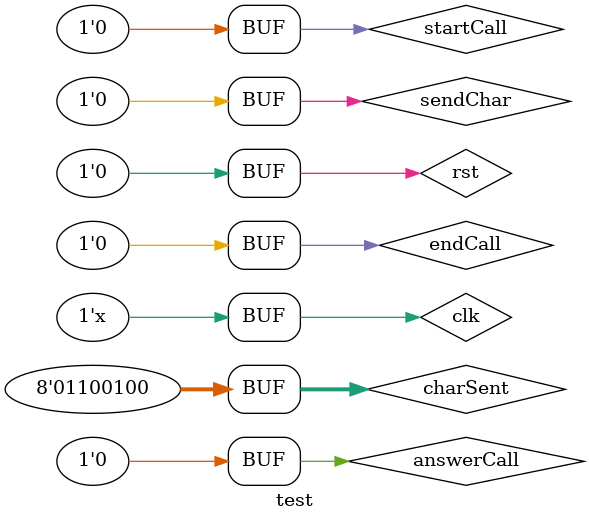
<source format=v>
`timescale 1ns / 1ps


module test(

    );
    reg clk;
    reg rst;
    reg startCall, answerCall;
    reg endCall;
    reg sendChar;
    reg [7:0] charSent;
    wire [63:0] statusMsg;
    wire [63:0] sentMsg;
    
    telephone uut(clk, rst, startCall, answerCall, endCall, sendChar, charSent, statusMsg, sentMsg);
    
    always #5 clk = ~clk; 
    
    initial begin
        clk = 0;
        rst = 0;
        startCall = 0;
        answerCall = 0;
        endCall = 0;
        sendChar = 0;
        charSent = " ";

        #100;
    
        rst=1; #20; rst=0; #20;
        
        startCall=1; #10 startCall=0; #100;                                                   
        #100
        #10;
        startCall=1; #10 startCall=0;
        #10 endCall=1; #10 endCall=0; #100
            
        startCall=1; #10; startCall=0;            
        #20;                                        
        answerCall=1; #10; answerCall=0;          
        #20;                                        
    
        sendChar=1; charSent="M"; #10; sendChar=0; #10; 
        sendChar=1; charSent="E"; #10; sendChar=0; #10; 
        sendChar=1; charSent="T"; #10; sendChar=0; #10;
        sendChar=1; charSent="A"; #10; sendChar=0; #10;
        sendChar=1; charSent=" "; #10; sendChar=0; #10; 
        sendChar=1; charSent="I"; #10; sendChar=0; #10; 
        sendChar=1; charSent="N"; #10; sendChar=0; #10;
        sendChar=1; charSent="T"; #10; sendChar=0; #10;
        sendChar=1; charSent="E"; #10; sendChar=0; #10; 
        sendChar=1; charSent="R"; #10; sendChar=0; #10;
        sendChar=1; charSent="N"; #10; sendChar=0; #10;
        sendChar=1; charSent=127; #10; sendChar=0; #10;
        #10;
          
        #100;                                           
    
        startCall=1; #10; startCall=0;                              
        #30;                                                      
        answerCall=1; #10; answerCall=0;                           
        #20;                                                       
        sendChar=1; charSent="D"; #10; sendChar=0; #10;
        sendChar=1; charSent="u"; #10; sendChar=0; #10;
        sendChar=1; charSent="k"; #10; sendChar=0; #10;
        sendChar=1; charSent="e"; #10; sendChar=0; #10;
        sendChar=1; charSent=" "; #10; sendChar=0; #10;
        sendChar=1; charSent="o"; #10; sendChar=0; #10;
        sendChar=1; charSent="f"; #10; sendChar=0; #10;
        sendChar=1; charSent=" "; #10; sendChar=0; #10;
        sendChar=1; charSent="S"; #10; sendChar=0; #10;
        sendChar=1; charSent="t"; #10; sendChar=0; #10;
        sendChar=1; charSent="a"; #10; sendChar=0; #10; 
        sendChar=1; charSent="n"; #10; sendChar=0; #10;
        sendChar=1; charSent="f"; #10; sendChar=0; #10;
        sendChar=1; charSent="o"; #10; sendChar=0; #10;
        sendChar=1; charSent="r"; #10; sendChar=0; #10;
        sendChar=1; charSent="d"; #10; sendChar=0; #10;
        #10;
        endCall=1; 
        #10; 
        endCall=0; 
        #10;  
        #50;                                           
    end

endmodule
</source>
